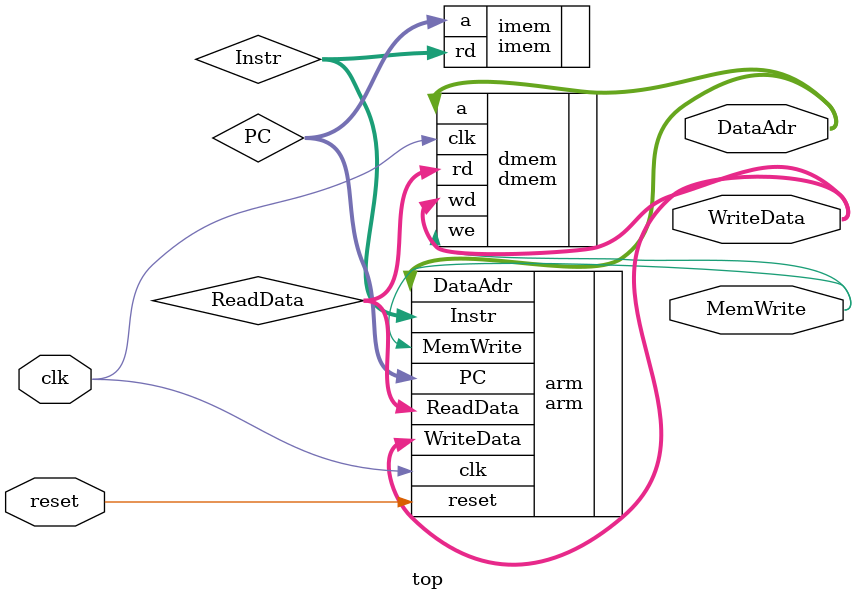
<source format=v>
`timescale 1ns / 1ps
module top (
	clk,
	reset,
	WriteData,
	DataAdr,
	MemWrite
);
	input wire clk;
	input wire reset;
	output wire [31:0] WriteData;
	output wire [31:0] DataAdr;
	output wire MemWrite;
	wire [31:0] PC;
	wire [31:0] Instr;
	wire [31:0] ReadData;
	arm arm(
		.clk(clk),
		.reset(reset),
		.PC(PC),
		.Instr(Instr),
		.MemWrite(MemWrite),
		.DataAdr(DataAdr),
		.WriteData(WriteData),
		.ReadData(ReadData)
	);
	imem imem(
		.a(PC),
		.rd(Instr)
	);
	dmem dmem(
		.clk(clk),
		.we(MemWrite),
		.a(DataAdr),
		.wd(WriteData),
		.rd(ReadData)
	);
endmodule






</source>
